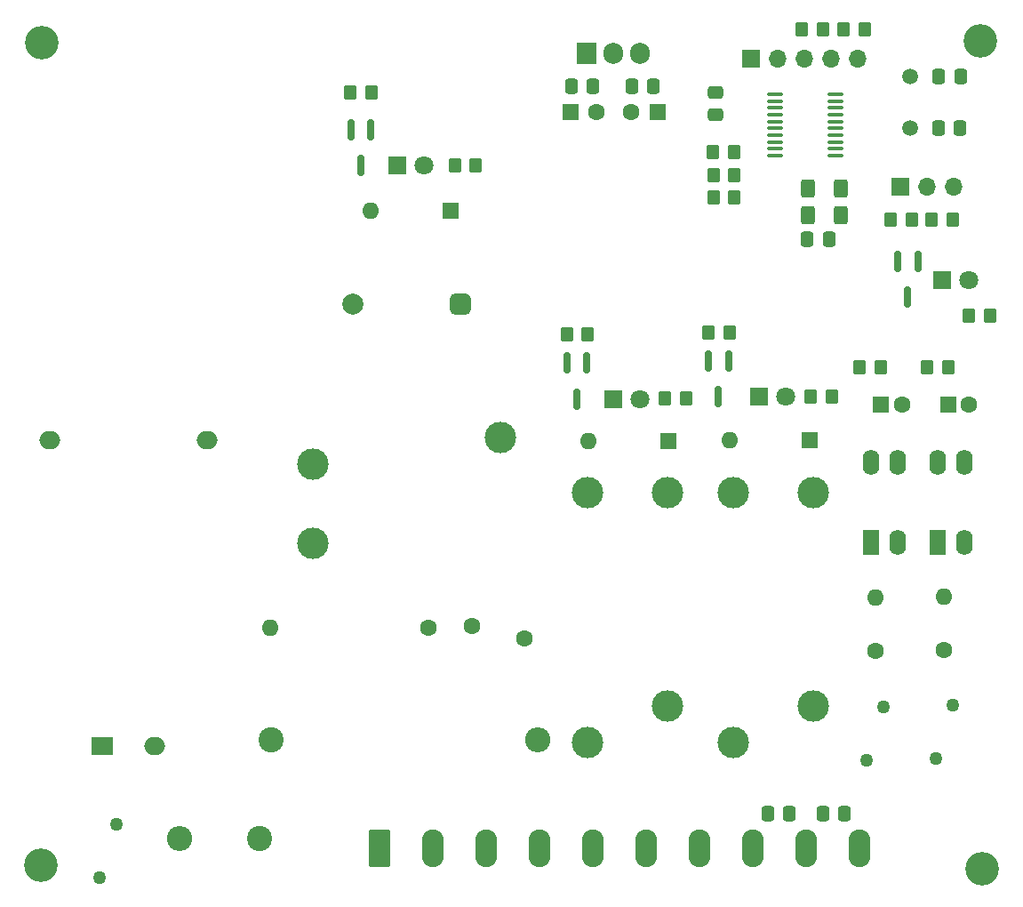
<source format=gbr>
%TF.GenerationSoftware,KiCad,Pcbnew,8.0.6*%
%TF.CreationDate,2024-12-30T11:18:50+02:00*%
%TF.ProjectId,project,70726f6a-6563-4742-9e6b-696361645f70,rev?*%
%TF.SameCoordinates,Original*%
%TF.FileFunction,Soldermask,Bot*%
%TF.FilePolarity,Negative*%
%FSLAX46Y46*%
G04 Gerber Fmt 4.6, Leading zero omitted, Abs format (unit mm)*
G04 Created by KiCad (PCBNEW 8.0.6) date 2024-12-30 11:18:50*
%MOMM*%
%LPD*%
G01*
G04 APERTURE LIST*
G04 Aperture macros list*
%AMRoundRect*
0 Rectangle with rounded corners*
0 $1 Rounding radius*
0 $2 $3 $4 $5 $6 $7 $8 $9 X,Y pos of 4 corners*
0 Add a 4 corners polygon primitive as box body*
4,1,4,$2,$3,$4,$5,$6,$7,$8,$9,$2,$3,0*
0 Add four circle primitives for the rounded corners*
1,1,$1+$1,$2,$3*
1,1,$1+$1,$4,$5*
1,1,$1+$1,$6,$7*
1,1,$1+$1,$8,$9*
0 Add four rect primitives between the rounded corners*
20,1,$1+$1,$2,$3,$4,$5,0*
20,1,$1+$1,$4,$5,$6,$7,0*
20,1,$1+$1,$6,$7,$8,$9,0*
20,1,$1+$1,$8,$9,$2,$3,0*%
G04 Aperture macros list end*
%ADD10R,1.800000X1.800000*%
%ADD11C,1.800000*%
%ADD12R,1.600000X1.600000*%
%ADD13O,1.600000X1.600000*%
%ADD14C,1.600000*%
%ADD15C,3.200000*%
%ADD16C,1.270000*%
%ADD17RoundRect,0.249999X-0.790001X-1.550001X0.790001X-1.550001X0.790001X1.550001X-0.790001X1.550001X0*%
%ADD18O,2.080000X3.600000*%
%ADD19C,3.000000*%
%ADD20R,1.700000X1.700000*%
%ADD21O,1.700000X1.700000*%
%ADD22R,2.000000X1.700000*%
%ADD23O,2.000000X1.700000*%
%ADD24R,1.905000X2.000000*%
%ADD25O,1.905000X2.000000*%
%ADD26C,2.400000*%
%ADD27O,2.400000X2.400000*%
%ADD28RoundRect,0.500000X0.500000X-0.500000X0.500000X0.500000X-0.500000X0.500000X-0.500000X-0.500000X0*%
%ADD29C,2.000000*%
%ADD30R,1.600000X2.400000*%
%ADD31O,1.600000X2.400000*%
%ADD32C,1.500000*%
%ADD33RoundRect,0.175000X-0.175000X0.825000X-0.175000X-0.825000X0.175000X-0.825000X0.175000X0.825000X0*%
%ADD34RoundRect,0.100000X0.637500X0.100000X-0.637500X0.100000X-0.637500X-0.100000X0.637500X-0.100000X0*%
%ADD35RoundRect,0.250000X-0.337500X-0.475000X0.337500X-0.475000X0.337500X0.475000X-0.337500X0.475000X0*%
%ADD36RoundRect,0.250000X-0.350000X-0.450000X0.350000X-0.450000X0.350000X0.450000X-0.350000X0.450000X0*%
%ADD37RoundRect,0.250000X0.350000X0.450000X-0.350000X0.450000X-0.350000X-0.450000X0.350000X-0.450000X0*%
%ADD38RoundRect,0.250000X-0.400000X-0.625000X0.400000X-0.625000X0.400000X0.625000X-0.400000X0.625000X0*%
%ADD39RoundRect,0.250000X0.337500X0.475000X-0.337500X0.475000X-0.337500X-0.475000X0.337500X-0.475000X0*%
%ADD40RoundRect,0.250000X-0.475000X0.337500X-0.475000X-0.337500X0.475000X-0.337500X0.475000X0.337500X0*%
G04 APERTURE END LIST*
D10*
%TO.C,D3*%
X131127500Y-83282500D03*
D11*
X133667500Y-83282500D03*
%TD*%
D12*
%TO.C,D6*%
X136337500Y-87332500D03*
D13*
X128717500Y-87332500D03*
%TD*%
D10*
%TO.C,D2*%
X110558750Y-61073750D03*
D11*
X113098750Y-61073750D03*
%TD*%
D14*
%TO.C,RV1*%
X122657500Y-106127500D03*
X117657500Y-104877500D03*
%TD*%
D15*
%TO.C,H3*%
X166050000Y-49200000D03*
%TD*%
D16*
%TO.C,F1*%
X82150000Y-128850000D03*
X83750000Y-123750000D03*
%TD*%
D17*
%TO.C,J3*%
X108830000Y-126050000D03*
D18*
X113910000Y-126050000D03*
X118990000Y-126050000D03*
X124070000Y-126050000D03*
X129150000Y-126050000D03*
X134230000Y-126050000D03*
X139310000Y-126050000D03*
X144390000Y-126050000D03*
X149470000Y-126050000D03*
X154550000Y-126050000D03*
%TD*%
D14*
%TO.C,R23*%
X162600000Y-107182500D03*
D13*
X162600000Y-102102500D03*
%TD*%
D19*
%TO.C,K2*%
X136227500Y-112502500D03*
X128607500Y-116002500D03*
X136227500Y-92182500D03*
X128607500Y-92182500D03*
%TD*%
D12*
%TO.C,C10*%
X135300000Y-55950000D03*
D14*
X132800000Y-55950000D03*
%TD*%
D16*
%TO.C,F3*%
X161800000Y-117517500D03*
X163400000Y-112417500D03*
%TD*%
D20*
%TO.C,J2*%
X144210000Y-50920000D03*
D21*
X146750000Y-50920000D03*
X149290000Y-50920000D03*
X151830000Y-50920000D03*
X154370000Y-50920000D03*
%TD*%
D22*
%TO.C,PS1*%
X82400000Y-116302500D03*
D23*
X87400000Y-116302500D03*
X77400000Y-87222500D03*
X92400000Y-87222500D03*
%TD*%
D24*
%TO.C,U3*%
X128520000Y-50400000D03*
D25*
X131060000Y-50400000D03*
X133600000Y-50400000D03*
%TD*%
D15*
%TO.C,H2*%
X76600000Y-127650000D03*
%TD*%
D12*
%TO.C,D7*%
X149782500Y-87247500D03*
D13*
X142162500Y-87247500D03*
%TD*%
D12*
%TO.C,C13*%
X156600000Y-83835000D03*
D14*
X158600000Y-83835000D03*
%TD*%
D12*
%TO.C,D5*%
X115643750Y-65373750D03*
D13*
X108023750Y-65373750D03*
%TD*%
D16*
%TO.C,F2*%
X155250000Y-117700000D03*
X156850000Y-112600000D03*
%TD*%
D20*
%TO.C,J1*%
X158410000Y-63105000D03*
D21*
X160950000Y-63105000D03*
X163490000Y-63105000D03*
%TD*%
D26*
%TO.C,TH1*%
X97370000Y-125150000D03*
D27*
X89750000Y-125150000D03*
%TD*%
D14*
%TO.C,R22*%
X156100000Y-107265000D03*
D13*
X156100000Y-102185000D03*
%TD*%
D15*
%TO.C,H1*%
X76650000Y-49400000D03*
%TD*%
D26*
%TO.C,R21*%
X98507500Y-115702500D03*
D27*
X123907500Y-115702500D03*
%TD*%
D19*
%TO.C,K1*%
X120307500Y-86912500D03*
X102507500Y-97052500D03*
X102507500Y-89452500D03*
D28*
X116507500Y-74252500D03*
D29*
X106307500Y-74252500D03*
%TD*%
D14*
%TO.C,C11*%
X113457500Y-105052500D03*
D13*
X98457500Y-105052500D03*
%TD*%
D30*
%TO.C,U5*%
X162025000Y-96975000D03*
D31*
X164565000Y-96975000D03*
X164565000Y-89355000D03*
X162025000Y-89355000D03*
%TD*%
D32*
%TO.C,Y1*%
X159410000Y-57520000D03*
X159410000Y-52620000D03*
%TD*%
D12*
%TO.C,C14*%
X162994888Y-83800000D03*
D14*
X164994888Y-83800000D03*
%TD*%
D12*
%TO.C,C8*%
X127000000Y-55950000D03*
D14*
X129500000Y-55950000D03*
%TD*%
D10*
%TO.C,D1*%
X162442500Y-72005000D03*
D11*
X164982500Y-72005000D03*
%TD*%
D30*
%TO.C,U4*%
X155625000Y-96960000D03*
D31*
X158165000Y-96960000D03*
X158165000Y-89340000D03*
X155625000Y-89340000D03*
%TD*%
D19*
%TO.C,K3*%
X150120000Y-112520000D03*
X142500000Y-116020000D03*
X150120000Y-92200000D03*
X142500000Y-92200000D03*
%TD*%
D15*
%TO.C,H4*%
X166250000Y-128000000D03*
%TD*%
D10*
%TO.C,D4*%
X144947500Y-83097500D03*
D11*
X147487500Y-83097500D03*
%TD*%
D33*
%TO.C,Q4*%
X140172500Y-79697500D03*
X142072500Y-79697500D03*
X141122500Y-83097500D03*
%TD*%
D34*
%TO.C,U2*%
X152260000Y-54270000D03*
X152260000Y-54920000D03*
X152260000Y-55570000D03*
X152260000Y-56220000D03*
X152260000Y-56870000D03*
X152260000Y-57520000D03*
X152260000Y-58170000D03*
X152260000Y-58820000D03*
X152260000Y-59470000D03*
X152260000Y-60120000D03*
X146535000Y-60120000D03*
X146535000Y-59470000D03*
X146535000Y-58820000D03*
X146535000Y-58170000D03*
X146535000Y-57520000D03*
X146535000Y-56870000D03*
X146535000Y-56220000D03*
X146535000Y-55570000D03*
X146535000Y-54920000D03*
X146535000Y-54270000D03*
%TD*%
D35*
%TO.C,C12*%
X151062500Y-122750000D03*
X153137500Y-122750000D03*
%TD*%
D36*
%TO.C,R1*%
X149060000Y-48070000D03*
X151060000Y-48070000D03*
%TD*%
D35*
%TO.C,C7*%
X127112500Y-53500000D03*
X129187500Y-53500000D03*
%TD*%
D37*
%TO.C,R11*%
X167000000Y-75350000D03*
X165000000Y-75350000D03*
%TD*%
D35*
%TO.C,C3*%
X162072500Y-57520000D03*
X164147500Y-57520000D03*
%TD*%
D36*
%TO.C,R10*%
X161410000Y-66205000D03*
X163410000Y-66205000D03*
%TD*%
%TO.C,R20*%
X140172500Y-76947500D03*
X142172500Y-76947500D03*
%TD*%
D37*
%TO.C,R12*%
X142650000Y-61950000D03*
X140650000Y-61950000D03*
%TD*%
D33*
%TO.C,Q1*%
X158210000Y-70155000D03*
X160110000Y-70155000D03*
X159160000Y-73555000D03*
%TD*%
D37*
%TO.C,R16*%
X138027500Y-83232500D03*
X136027500Y-83232500D03*
%TD*%
D36*
%TO.C,R9*%
X157510000Y-66205000D03*
X159510000Y-66205000D03*
%TD*%
%TO.C,R25*%
X161000000Y-80265000D03*
X163000000Y-80265000D03*
%TD*%
D38*
%TO.C,R7*%
X149660000Y-63255000D03*
X152760000Y-63255000D03*
%TD*%
D37*
%TO.C,R15*%
X117998750Y-61073750D03*
X115998750Y-61073750D03*
%TD*%
D39*
%TO.C,C9*%
X134937500Y-53500000D03*
X132862500Y-53500000D03*
%TD*%
D40*
%TO.C,C4*%
X140800000Y-54112500D03*
X140800000Y-56187500D03*
%TD*%
D33*
%TO.C,Q3*%
X126677500Y-79882500D03*
X128577500Y-79882500D03*
X127627500Y-83282500D03*
%TD*%
D35*
%TO.C,C15*%
X145812500Y-122750000D03*
X147887500Y-122750000D03*
%TD*%
D36*
%TO.C,R19*%
X126677500Y-77152500D03*
X128677500Y-77152500D03*
%TD*%
D37*
%TO.C,R17*%
X151922500Y-83097500D03*
X149922500Y-83097500D03*
%TD*%
%TO.C,R13*%
X142650000Y-64100000D03*
X140650000Y-64100000D03*
%TD*%
D36*
%TO.C,R18*%
X106078750Y-54118750D03*
X108078750Y-54118750D03*
%TD*%
%TO.C,R2*%
X153060000Y-48070000D03*
X155060000Y-48070000D03*
%TD*%
D37*
%TO.C,R14*%
X142610000Y-59800000D03*
X140610000Y-59800000D03*
%TD*%
D35*
%TO.C,C6*%
X149572500Y-68105000D03*
X151647500Y-68105000D03*
%TD*%
D38*
%TO.C,R8*%
X149660000Y-65755000D03*
X152760000Y-65755000D03*
%TD*%
D35*
%TO.C,C1*%
X162122500Y-52620000D03*
X164197500Y-52620000D03*
%TD*%
D36*
%TO.C,R24*%
X154550000Y-80250000D03*
X156550000Y-80250000D03*
%TD*%
D33*
%TO.C,Q2*%
X106126250Y-57673750D03*
X108026250Y-57673750D03*
X107076250Y-61073750D03*
%TD*%
M02*

</source>
